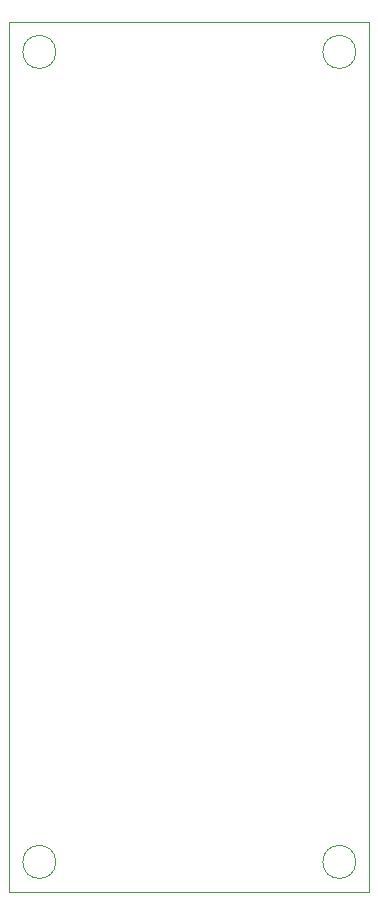
<source format=gm1>
G04 #@! TF.GenerationSoftware,KiCad,Pcbnew,8.0.7*
G04 #@! TF.CreationDate,2025-05-25T12:57:58+02:00*
G04 #@! TF.ProjectId,Wave,57617665-2e6b-4696-9361-645f70636258,rev?*
G04 #@! TF.SameCoordinates,Original*
G04 #@! TF.FileFunction,Profile,NP*
%FSLAX46Y46*%
G04 Gerber Fmt 4.6, Leading zero omitted, Abs format (unit mm)*
G04 Created by KiCad (PCBNEW 8.0.7) date 2025-05-25 12:57:58*
%MOMM*%
%LPD*%
G01*
G04 APERTURE LIST*
G04 #@! TA.AperFunction,Profile*
%ADD10C,0.050000*%
G04 #@! TD*
G04 APERTURE END LIST*
D10*
X125860000Y-170180000D02*
G75*
G02*
X123060000Y-170180000I-1400000J0D01*
G01*
X123060000Y-170180000D02*
G75*
G02*
X125860000Y-170180000I1400000J0D01*
G01*
X125860000Y-101600000D02*
G75*
G02*
X123060000Y-101600000I-1400000J0D01*
G01*
X123060000Y-101600000D02*
G75*
G02*
X125860000Y-101600000I1400000J0D01*
G01*
X96520000Y-99060000D02*
X127000000Y-99060000D01*
X127000000Y-172720000D01*
X96520000Y-172720000D01*
X96520000Y-99060000D01*
X100460000Y-101600000D02*
G75*
G02*
X97660000Y-101600000I-1400000J0D01*
G01*
X97660000Y-101600000D02*
G75*
G02*
X100460000Y-101600000I1400000J0D01*
G01*
X100460000Y-170180000D02*
G75*
G02*
X97660000Y-170180000I-1400000J0D01*
G01*
X97660000Y-170180000D02*
G75*
G02*
X100460000Y-170180000I1400000J0D01*
G01*
M02*

</source>
